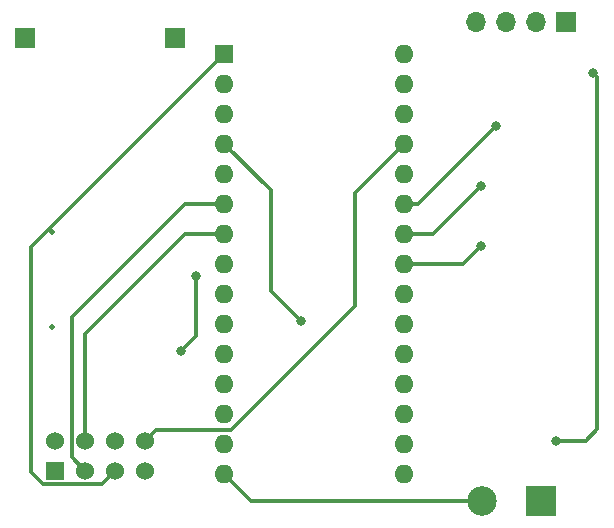
<source format=gbr>
%TF.GenerationSoftware,KiCad,Pcbnew,(5.1.10)-1*%
%TF.CreationDate,2021-11-03T11:27:17+01:00*%
%TF.ProjectId,Telemetry,54656c65-6d65-4747-9279-2e6b69636164,rev?*%
%TF.SameCoordinates,Original*%
%TF.FileFunction,Copper,L2,Bot*%
%TF.FilePolarity,Positive*%
%FSLAX46Y46*%
G04 Gerber Fmt 4.6, Leading zero omitted, Abs format (unit mm)*
G04 Created by KiCad (PCBNEW (5.1.10)-1) date 2021-11-03 11:27:17*
%MOMM*%
%LPD*%
G01*
G04 APERTURE LIST*
%TA.AperFunction,ComponentPad*%
%ADD10C,0.500000*%
%TD*%
%TA.AperFunction,ComponentPad*%
%ADD11R,1.700000X1.700000*%
%TD*%
%TA.AperFunction,ComponentPad*%
%ADD12O,1.700000X1.700000*%
%TD*%
%TA.AperFunction,ComponentPad*%
%ADD13R,2.500000X2.500000*%
%TD*%
%TA.AperFunction,ComponentPad*%
%ADD14C,2.500000*%
%TD*%
%TA.AperFunction,ComponentPad*%
%ADD15R,1.600000X1.600000*%
%TD*%
%TA.AperFunction,ComponentPad*%
%ADD16O,1.600000X1.600000*%
%TD*%
%TA.AperFunction,ComponentPad*%
%ADD17C,1.524000*%
%TD*%
%TA.AperFunction,ComponentPad*%
%ADD18R,1.524000X1.524000*%
%TD*%
%TA.AperFunction,ViaPad*%
%ADD19C,0.800000*%
%TD*%
%TA.AperFunction,Conductor*%
%ADD20C,0.355600*%
%TD*%
G04 APERTURE END LIST*
D10*
%TO.P,J5,MH2*%
%TO.N,N/C*%
X154230000Y-68710000D03*
%TO.P,J5,MH1*%
X154230000Y-76710000D03*
%TD*%
D11*
%TO.P,U3,3.3V*%
%TO.N,+3V3*%
X197739000Y-50927000D03*
D12*
%TO.P,U3,GND*%
%TO.N,GND*%
X195199000Y-50927000D03*
%TO.P,U3,CAN_RX*%
%TO.N,Net-(U1-PadD10)*%
X192659000Y-50927000D03*
%TO.P,U3,CAN_TX*%
%TO.N,Net-(U1-PadD2)*%
X190119000Y-50927000D03*
%TD*%
D13*
%TO.P,U2,OUT-*%
%TO.N,GND*%
X195580000Y-91440000D03*
D14*
%TO.P,U2,OUT+*%
%TO.N,Net-(U1-Pad1)*%
X190580000Y-91440000D03*
%TD*%
D11*
%TO.P, ,1*%
%TO.N,N/C*%
X151892000Y-52260500D03*
%TD*%
%TO.P, ,1*%
%TO.N,N/C*%
X164655500Y-52260500D03*
%TD*%
D15*
%TO.P,U1,D13*%
%TO.N,Net-(U1-PadD13)*%
X168783000Y-53594000D03*
D16*
%TO.P,U1,D0*%
%TO.N,Net-(U1-PadD0)*%
X184023000Y-86614000D03*
%TO.P,U1,14*%
%TO.N,+3V3*%
X168783000Y-56134000D03*
%TO.P,U1,NRST*%
%TO.N,Net-(U1-PadNRST)*%
X184023000Y-84074000D03*
%TO.P,U1,AREF*%
%TO.N,Net-(U1-PadAREF)*%
X168783000Y-58674000D03*
%TO.P,U1,GND*%
%TO.N,Net-(U1-PadGND)*%
X184023000Y-81534000D03*
%TO.P,U1,A0*%
%TO.N,Net-(C5-Pad2)*%
X168783000Y-61214000D03*
%TO.P,U1,D2*%
%TO.N,Net-(U1-PadD2)*%
X184023000Y-78994000D03*
%TO.P,U1,A1*%
%TO.N,Net-(J5-Pad5)*%
X168783000Y-63754000D03*
%TO.P,U1,D3*%
%TO.N,Net-(J5-Pad2)*%
X184023000Y-76454000D03*
%TO.P,U1,A2*%
%TO.N,Net-(U1-PadA2)*%
X168783000Y-66294000D03*
%TO.P,U1,D4*%
%TO.N,Net-(U1-PadD4)*%
X184023000Y-73914000D03*
%TO.P,U1,A3*%
%TO.N,Net-(U1-PadA3)*%
X168783000Y-68834000D03*
%TO.P,U1,D5*%
%TO.N,Net-(R1-Pad1)*%
X184023000Y-71374000D03*
%TO.P,U1,A4*%
%TO.N,Net-(U1-PadA4)*%
X168783000Y-71374000D03*
%TO.P,U1,D6*%
%TO.N,Net-(R2-Pad1)*%
X184023000Y-68834000D03*
%TO.P,U1,A5*%
%TO.N,Net-(J5-Pad7)*%
X168783000Y-73914000D03*
%TO.P,U1,D7*%
%TO.N,Net-(R3-Pad1)*%
X184023000Y-66294000D03*
%TO.P,U1,A6*%
%TO.N,Net-(J5-Pad3)*%
X168783000Y-76454000D03*
%TO.P,U1,D8*%
%TO.N,Net-(U1-PadD8)*%
X184023000Y-63754000D03*
%TO.P,U1,A7*%
%TO.N,Net-(U1-PadA7)*%
X168783000Y-78994000D03*
%TO.P,U1,D9*%
%TO.N,Net-(U1-PadD9)*%
X184023000Y-61214000D03*
%TO.P,U1,4*%
%TO.N,Net-(U1-Pad4)*%
X168783000Y-81534000D03*
%TO.P,U1,D10*%
%TO.N,Net-(U1-PadD10)*%
X184023000Y-58674000D03*
%TO.P,U1,3*%
%TO.N,Net-(U1-Pad3)*%
X168783000Y-84074000D03*
%TO.P,U1,D11*%
%TO.N,Net-(U1-PadD11)*%
X184023000Y-56134000D03*
%TO.P,U1,2*%
%TO.N,GND*%
X168783000Y-86614000D03*
%TO.P,U1,D12*%
%TO.N,Net-(U1-PadD12)*%
X184023000Y-53594000D03*
%TO.P,U1,1*%
%TO.N,Net-(U1-Pad1)*%
X168783000Y-89154000D03*
%TO.P,U1,D1*%
%TO.N,Net-(U1-PadD1)*%
X184023000Y-89154000D03*
%TD*%
D17*
%TO.P,U4,8*%
%TO.N,Net-(U1-PadD9)*%
X162102800Y-86360000D03*
%TO.P,U4,7*%
%TO.N,Net-(U1-PadD12)*%
X162102800Y-88900000D03*
%TO.P,U4,6*%
%TO.N,Net-(U1-PadD11)*%
X159562800Y-86360000D03*
%TO.P,U4,5*%
%TO.N,Net-(U1-PadD13)*%
X159562800Y-88900000D03*
%TO.P,U4,4*%
%TO.N,Net-(U1-PadA3)*%
X157022800Y-86360000D03*
%TO.P,U4,3*%
%TO.N,Net-(U1-PadA2)*%
X157022800Y-88900000D03*
%TO.P,U4,2*%
%TO.N,+3V3*%
X154482800Y-86360000D03*
D18*
%TO.P,U4,1*%
%TO.N,GND*%
X154482800Y-88900000D03*
%TD*%
D19*
%TO.N,+3V3*%
X199979200Y-55199200D03*
X196850000Y-86360000D03*
%TO.N,GND*%
X165100000Y-78740000D03*
X166370000Y-72390000D03*
%TO.N,Net-(R1-Pad1)*%
X190500000Y-69850000D03*
%TO.N,Net-(R2-Pad1)*%
X190500000Y-64770000D03*
%TO.N,Net-(R3-Pad1)*%
X191770000Y-59690000D03*
%TO.N,Net-(C5-Pad2)*%
X175260000Y-76200000D03*
%TD*%
D20*
%TO.N,+3V3*%
X200379199Y-55599199D02*
X200379199Y-85370801D01*
X199979200Y-55199200D02*
X200379199Y-55599199D01*
X200379199Y-85370801D02*
X199390000Y-86360000D01*
X199390000Y-86360000D02*
X196850000Y-86360000D01*
%TO.N,GND*%
X165100000Y-78740000D02*
X166370000Y-77470000D01*
X166370000Y-77470000D02*
X166370000Y-72390000D01*
%TO.N,Net-(U1-PadA2)*%
X168783000Y-66294000D02*
X165481000Y-66294000D01*
X155882999Y-87760199D02*
X157022800Y-88900000D01*
X155882999Y-75892001D02*
X155882999Y-87760199D01*
X165481000Y-66294000D02*
X155882999Y-75892001D01*
%TO.N,Net-(U1-PadA3)*%
X168783000Y-68834000D02*
X165481000Y-68834000D01*
X165481000Y-68834000D02*
X157022800Y-77292200D01*
X157022800Y-77292200D02*
X157022800Y-86360000D01*
%TO.N,Net-(U1-PadD13)*%
X168783000Y-53594000D02*
X152400000Y-69977000D01*
X158422999Y-90039801D02*
X159562800Y-88900000D01*
X153418559Y-90039801D02*
X158422999Y-90039801D01*
X152400000Y-89021242D02*
X153418559Y-90039801D01*
X152400000Y-69977000D02*
X152400000Y-89021242D01*
%TO.N,Net-(U1-PadD9)*%
X163026601Y-85436199D02*
X162102800Y-86360000D01*
X169348345Y-85436199D02*
X163026601Y-85436199D01*
X170180000Y-84604544D02*
X169937272Y-84847272D01*
X169937272Y-84847272D02*
X169348345Y-85436199D01*
X179854544Y-65382456D02*
X184023000Y-61214000D01*
X179854544Y-74930000D02*
X179854544Y-65382456D01*
X169937272Y-84847272D02*
X179854544Y-74930000D01*
%TO.N,Net-(R1-Pad1)*%
X184023000Y-71374000D02*
X188976000Y-71374000D01*
X188976000Y-71374000D02*
X190500000Y-69850000D01*
%TO.N,Net-(R2-Pad1)*%
X184023000Y-68834000D02*
X186436000Y-68834000D01*
X186436000Y-68834000D02*
X189230000Y-66040000D01*
X189230000Y-66040000D02*
X190500000Y-64770000D01*
%TO.N,Net-(R3-Pad1)*%
X184023000Y-66294000D02*
X185166000Y-66294000D01*
X185166000Y-66294000D02*
X191770000Y-59690000D01*
%TO.N,Net-(C5-Pad2)*%
X175260000Y-76200000D02*
X172720000Y-73660000D01*
X172720000Y-65151000D02*
X168783000Y-61214000D01*
X172720000Y-73660000D02*
X172720000Y-65151000D01*
%TO.N,Net-(U1-Pad1)*%
X171069000Y-91440000D02*
X168783000Y-89154000D01*
X190580000Y-91440000D02*
X171069000Y-91440000D01*
%TD*%
M02*

</source>
